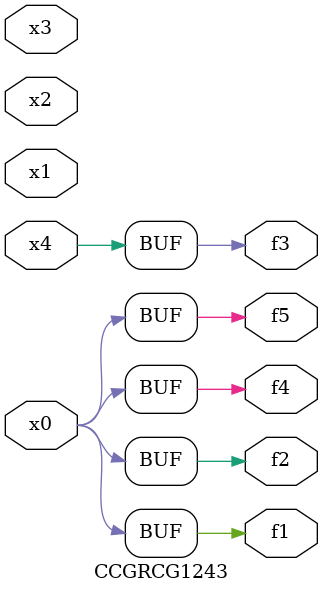
<source format=v>
module CCGRCG1243(
	input x0, x1, x2, x3, x4,
	output f1, f2, f3, f4, f5
);
	assign f1 = x0;
	assign f2 = x0;
	assign f3 = x4;
	assign f4 = x0;
	assign f5 = x0;
endmodule

</source>
